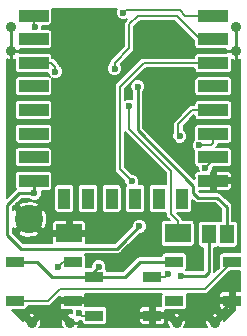
<source format=gtl>
G04 #@! TF.FileFunction,Copper,L1,Top,Signal*
%FSLAX46Y46*%
G04 Gerber Fmt 4.6, Leading zero omitted, Abs format (unit mm)*
G04 Created by KiCad (PCBNEW 4.0.7-e2-6376~58~ubuntu17.04.1) date Tue Dec 26 12:58:55 2017*
%MOMM*%
%LPD*%
G01*
G04 APERTURE LIST*
%ADD10C,0.100000*%
%ADD11R,1.500000X0.900000*%
%ADD12R,1.168400X1.600200*%
%ADD13R,2.180000X1.600000*%
%ADD14C,2.400000*%
%ADD15C,0.900000*%
%ADD16R,2.500000X1.000000*%
%ADD17R,1.000000X1.800000*%
%ADD18C,0.600000*%
%ADD19C,0.250000*%
%ADD20C,0.180000*%
G04 APERTURE END LIST*
D10*
D11*
X147050000Y-126850000D03*
X147050000Y-130150000D03*
X151950000Y-130150000D03*
X151950000Y-126850000D03*
D12*
X163488000Y-124500000D03*
X165012000Y-124500000D03*
D11*
X153800000Y-128100000D03*
X153800000Y-131400000D03*
X158700000Y-131400000D03*
X158700000Y-128100000D03*
X160550000Y-126850000D03*
X160550000Y-130150000D03*
X165450000Y-130150000D03*
X165450000Y-126850000D03*
D13*
X160850000Y-124450000D03*
X151650000Y-124450000D03*
D14*
X148250000Y-123250000D03*
D15*
X146750000Y-107000000D03*
X165750000Y-107000000D03*
X146750000Y-109000000D03*
X165750000Y-109000000D03*
X148500000Y-132000000D03*
X164000000Y-132000000D03*
X151750000Y-132000000D03*
X160750000Y-132000000D03*
D16*
X148650000Y-106000000D03*
X148650000Y-108000000D03*
X148650000Y-110000000D03*
X148650000Y-112000000D03*
X148650000Y-114000000D03*
X148650000Y-116000000D03*
X148650000Y-118000000D03*
X148650000Y-120000000D03*
D17*
X151250000Y-121500000D03*
X153250000Y-121500000D03*
X155250000Y-121500000D03*
X157250000Y-121500000D03*
X159250000Y-121500000D03*
X161250000Y-121500000D03*
D16*
X163850000Y-120000000D03*
X163850000Y-118000000D03*
X163850000Y-116000000D03*
X163850000Y-114000000D03*
X163850000Y-112000000D03*
X163850000Y-110000000D03*
X163850000Y-108000000D03*
X163850000Y-106000000D03*
D18*
X157607000Y-123825000D03*
X148717000Y-121031000D03*
X158966000Y-108949000D03*
X158966000Y-124951000D03*
X150495000Y-113030000D03*
X159131000Y-113919000D03*
X165862000Y-121158000D03*
X155448000Y-125095000D03*
X150622000Y-131318000D03*
X164536000Y-131064000D03*
X156718000Y-131064000D03*
X148750000Y-107000000D03*
X161163000Y-128016000D03*
X154178000Y-127254000D03*
X156250000Y-105750000D03*
X157480000Y-112014000D03*
X156718000Y-113665000D03*
X161036000Y-116205000D03*
X150749000Y-127254000D03*
X152527000Y-131191000D03*
X156972000Y-120015000D03*
X160020000Y-127889000D03*
X162687000Y-116967000D03*
X150495000Y-110744000D03*
X163195000Y-118872000D03*
X155500000Y-110500000D03*
D19*
X156273500Y-125158500D02*
X157607000Y-123825000D01*
X148717000Y-121031000D02*
X147447000Y-121031000D01*
X155702000Y-125730000D02*
X156273500Y-125158500D01*
X156273500Y-125158500D02*
X156337000Y-125095000D01*
X147574000Y-125730000D02*
X155702000Y-125730000D01*
X146431000Y-124587000D02*
X147574000Y-125730000D01*
X146431000Y-122047000D02*
X146431000Y-124587000D01*
X147447000Y-121031000D02*
X146431000Y-122047000D01*
X148650000Y-120000000D02*
X148650000Y-120964000D01*
X148650000Y-120964000D02*
X148717000Y-121031000D01*
X165750000Y-109000000D02*
X159017000Y-109000000D01*
X159017000Y-109000000D02*
X158966000Y-108949000D01*
X151650000Y-124450000D02*
X155657000Y-124450000D01*
X158966000Y-123808000D02*
X158966000Y-124951000D01*
X158077000Y-122919000D02*
X158966000Y-123808000D01*
X157188000Y-122919000D02*
X158077000Y-122919000D01*
X155657000Y-124450000D02*
X157188000Y-122919000D01*
X151650000Y-124450000D02*
X151650000Y-123123000D01*
X150495000Y-113030000D02*
X152273000Y-114808000D01*
X152235000Y-114770000D02*
X152273000Y-114808000D01*
X152235000Y-122538000D02*
X152235000Y-114770000D01*
X151854000Y-122919000D02*
X152235000Y-122538000D01*
X151650000Y-123123000D02*
X151854000Y-122919000D01*
X146750000Y-109000000D02*
X146750000Y-110500000D01*
X146750000Y-107000000D02*
X146750000Y-109000000D01*
X146750000Y-109000000D02*
X148500000Y-109000000D01*
X151750000Y-132000000D02*
X152500000Y-132000000D01*
X158700000Y-132200000D02*
X158700000Y-131400000D01*
X158750000Y-132250000D02*
X158700000Y-132200000D01*
X152750000Y-132250000D02*
X158750000Y-132250000D01*
X152500000Y-132000000D02*
X152750000Y-132250000D01*
X164000000Y-132000000D02*
X164500000Y-131500000D01*
X164500000Y-131100000D02*
X164536000Y-131064000D01*
X164500000Y-131500000D02*
X164500000Y-131100000D01*
X151950000Y-130150000D02*
X155804000Y-130150000D01*
X151790000Y-130150000D02*
X151950000Y-130150000D01*
X151950000Y-129852000D02*
X151950000Y-130150000D01*
X165750000Y-109000000D02*
X165750000Y-107000000D01*
X165750000Y-109000000D02*
X165750000Y-110000000D01*
X165750000Y-109000000D02*
X164750000Y-109000000D01*
X163850000Y-120000000D02*
X164607000Y-120000000D01*
X159131000Y-113919000D02*
X160020000Y-113030000D01*
X160020000Y-113030000D02*
X165227000Y-113030000D01*
X165227000Y-113030000D02*
X165862000Y-113665000D01*
X165862000Y-113665000D02*
X165862000Y-118745000D01*
X152273000Y-123827000D02*
X151650000Y-124450000D01*
X164704000Y-120000000D02*
X163850000Y-120000000D01*
X151650000Y-124218000D02*
X151650000Y-124450000D01*
X154803000Y-124450000D02*
X151650000Y-124450000D01*
X155448000Y-125095000D02*
X154803000Y-124450000D01*
X164564000Y-131036000D02*
X164536000Y-131064000D01*
X164564000Y-131036000D02*
X165450000Y-130150000D01*
X158700000Y-131400000D02*
X159684000Y-131400000D01*
X159684000Y-131400000D02*
X160020000Y-131064000D01*
X160020000Y-131064000D02*
X164536000Y-131064000D01*
X158700000Y-131400000D02*
X157054000Y-131400000D01*
X157054000Y-131400000D02*
X156718000Y-131064000D01*
D20*
X148650000Y-106000000D02*
X148650000Y-106900000D01*
X148650000Y-106900000D02*
X148750000Y-107000000D01*
D19*
X161163000Y-128016000D02*
X163195000Y-128016000D01*
X163488000Y-127723000D02*
X163488000Y-124500000D01*
X163195000Y-128016000D02*
X163488000Y-127723000D01*
X153800000Y-128100000D02*
X153800000Y-127632000D01*
X153800000Y-127632000D02*
X154178000Y-127254000D01*
X153800000Y-128100000D02*
X156380000Y-128100000D01*
X157630000Y-126850000D02*
X160550000Y-126850000D01*
X156380000Y-128100000D02*
X157630000Y-126850000D01*
X147050000Y-126850000D02*
X148948000Y-126850000D01*
X150198000Y-128100000D02*
X153800000Y-128100000D01*
X148948000Y-126850000D02*
X150198000Y-128100000D01*
D20*
X161500000Y-106000000D02*
X163850000Y-106000000D01*
X161000000Y-105500000D02*
X161500000Y-106000000D01*
X156500000Y-105500000D02*
X161000000Y-105500000D01*
X156250000Y-105750000D02*
X156500000Y-105500000D01*
D19*
X165012000Y-124500000D02*
X165012000Y-122213000D01*
X157480000Y-115697000D02*
X157480000Y-112014000D01*
X162179000Y-120396000D02*
X157480000Y-115697000D01*
X162179000Y-121031000D02*
X162179000Y-120396000D01*
X162560000Y-121412000D02*
X162179000Y-121031000D01*
X164211000Y-121412000D02*
X162560000Y-121412000D01*
X165012000Y-122213000D02*
X164211000Y-121412000D01*
D20*
X160850000Y-124450000D02*
X160850000Y-123385000D01*
X156718000Y-115591000D02*
X156718000Y-113665000D01*
X160274000Y-119147000D02*
X156718000Y-115591000D01*
X160274000Y-122809000D02*
X160274000Y-119147000D01*
X160850000Y-123385000D02*
X160274000Y-122809000D01*
X162098000Y-114000000D02*
X163850000Y-114000000D01*
X160909000Y-115189000D02*
X162098000Y-114000000D01*
X160909000Y-116078000D02*
X160909000Y-115189000D01*
X161036000Y-116205000D02*
X160909000Y-116078000D01*
X153800000Y-131400000D02*
X152736000Y-131400000D01*
X151153000Y-126850000D02*
X151950000Y-126850000D01*
X150749000Y-127254000D02*
X151153000Y-126850000D01*
X152736000Y-131400000D02*
X152527000Y-131191000D01*
X158700000Y-128100000D02*
X159809000Y-128100000D01*
X157970000Y-110000000D02*
X163850000Y-110000000D01*
X155956000Y-112014000D02*
X157970000Y-110000000D01*
X155956000Y-118999000D02*
X155956000Y-112014000D01*
X156972000Y-120015000D02*
X155956000Y-118999000D01*
X159809000Y-128100000D02*
X160020000Y-127889000D01*
X147050000Y-130150000D02*
X149885000Y-130150000D01*
X163141000Y-129159000D02*
X165450000Y-126850000D01*
X150876000Y-129159000D02*
X163141000Y-129159000D01*
X149885000Y-130150000D02*
X150876000Y-129159000D01*
X163850000Y-116820000D02*
X163850000Y-116000000D01*
X163703000Y-116967000D02*
X163850000Y-116820000D01*
X163449000Y-116967000D02*
X163703000Y-116967000D01*
X162687000Y-116967000D02*
X163449000Y-116967000D01*
X150132000Y-110000000D02*
X148650000Y-110000000D01*
X150495000Y-110363000D02*
X150132000Y-110000000D01*
X150495000Y-110744000D02*
X150495000Y-110363000D01*
X163195000Y-118872000D02*
X163850000Y-118217000D01*
X163850000Y-118217000D02*
X163850000Y-118000000D01*
X163850000Y-108000000D02*
X162750000Y-108000000D01*
X162750000Y-108000000D02*
X160750000Y-106000000D01*
X160750000Y-106000000D02*
X157500000Y-106000000D01*
X157500000Y-106000000D02*
X156750000Y-106750000D01*
X156750000Y-106750000D02*
X156750000Y-108750000D01*
X156750000Y-108750000D02*
X155500000Y-110000000D01*
X155500000Y-110000000D02*
X155500000Y-110500000D01*
G36*
X166085000Y-129360000D02*
X165745000Y-129360000D01*
X165660000Y-129445000D01*
X165660000Y-129940000D01*
X165680000Y-129940000D01*
X165680000Y-130360000D01*
X165660000Y-130360000D01*
X165660000Y-130855000D01*
X165734051Y-130929051D01*
X164785350Y-131877752D01*
X164752543Y-131712820D01*
X164635825Y-131661159D01*
X164296985Y-132000000D01*
X164311127Y-132014142D01*
X164014142Y-132311127D01*
X164000000Y-132296985D01*
X163985858Y-132311127D01*
X163688873Y-132014142D01*
X163703015Y-132000000D01*
X163364175Y-131661159D01*
X163247457Y-131712820D01*
X163194842Y-132022666D01*
X163247457Y-132287180D01*
X163355497Y-132335000D01*
X161394503Y-132335000D01*
X161502543Y-132287180D01*
X161555158Y-131977334D01*
X161502543Y-131712820D01*
X161385825Y-131661159D01*
X161046985Y-132000000D01*
X161061127Y-132014142D01*
X160764142Y-132311127D01*
X160750000Y-132296985D01*
X160735858Y-132311127D01*
X160438873Y-132014142D01*
X160453015Y-132000000D01*
X160114175Y-131661159D01*
X159997457Y-131712820D01*
X159944842Y-132022666D01*
X159997457Y-132287180D01*
X160105497Y-132335000D01*
X152394503Y-132335000D01*
X152502543Y-132287180D01*
X152555158Y-131977334D01*
X152526050Y-131830999D01*
X152653745Y-131831111D01*
X152682290Y-131819316D01*
X152703340Y-131823503D01*
X152703340Y-131850000D01*
X152727048Y-131975996D01*
X152801511Y-132091716D01*
X152915130Y-132169348D01*
X153050000Y-132196660D01*
X154550000Y-132196660D01*
X154675996Y-132172952D01*
X154791716Y-132098489D01*
X154869348Y-131984870D01*
X154896660Y-131850000D01*
X154896660Y-131695000D01*
X157610000Y-131695000D01*
X157610000Y-131917630D01*
X157661762Y-132042595D01*
X157757406Y-132138238D01*
X157882370Y-132190000D01*
X158405000Y-132190000D01*
X158490000Y-132105000D01*
X158490000Y-131610000D01*
X158910000Y-131610000D01*
X158910000Y-132105000D01*
X158995000Y-132190000D01*
X159517630Y-132190000D01*
X159642594Y-132138238D01*
X159738238Y-132042595D01*
X159790000Y-131917630D01*
X159790000Y-131695000D01*
X159705000Y-131610000D01*
X158910000Y-131610000D01*
X158490000Y-131610000D01*
X157695000Y-131610000D01*
X157610000Y-131695000D01*
X154896660Y-131695000D01*
X154896660Y-131364175D01*
X160411159Y-131364175D01*
X160750000Y-131703015D01*
X161088841Y-131364175D01*
X163661159Y-131364175D01*
X164000000Y-131703015D01*
X164338841Y-131364175D01*
X164287180Y-131247457D01*
X163977334Y-131194842D01*
X163712820Y-131247457D01*
X163661159Y-131364175D01*
X161088841Y-131364175D01*
X161037180Y-131247457D01*
X160727334Y-131194842D01*
X160462820Y-131247457D01*
X160411159Y-131364175D01*
X154896660Y-131364175D01*
X154896660Y-130950000D01*
X154883935Y-130882370D01*
X157610000Y-130882370D01*
X157610000Y-131105000D01*
X157695000Y-131190000D01*
X158490000Y-131190000D01*
X158490000Y-130695000D01*
X158405000Y-130610000D01*
X157882370Y-130610000D01*
X157757406Y-130661762D01*
X157661762Y-130757405D01*
X157610000Y-130882370D01*
X154883935Y-130882370D01*
X154872952Y-130824004D01*
X154798489Y-130708284D01*
X154684870Y-130630652D01*
X154550000Y-130603340D01*
X153050000Y-130603340D01*
X153040000Y-130605222D01*
X153040000Y-130445000D01*
X152955000Y-130360000D01*
X152160000Y-130360000D01*
X152160000Y-130380000D01*
X151740000Y-130380000D01*
X151740000Y-130360000D01*
X150945000Y-130360000D01*
X150860000Y-130445000D01*
X150860000Y-130667630D01*
X150911762Y-130792595D01*
X151007406Y-130888238D01*
X151132370Y-130940000D01*
X151655000Y-130940000D01*
X151739998Y-130855002D01*
X151739998Y-130940000D01*
X151938243Y-130940000D01*
X151887112Y-131063138D01*
X151886973Y-131221950D01*
X151727334Y-131194842D01*
X151462820Y-131247457D01*
X151411159Y-131364175D01*
X151750000Y-131703015D01*
X151764142Y-131688873D01*
X152061127Y-131985858D01*
X152046985Y-132000000D01*
X152061127Y-132014142D01*
X151764142Y-132311127D01*
X151750000Y-132296985D01*
X151735858Y-132311127D01*
X151438873Y-132014142D01*
X151453015Y-132000000D01*
X151114175Y-131661159D01*
X150997457Y-131712820D01*
X150944842Y-132022666D01*
X150997457Y-132287180D01*
X151105497Y-132335000D01*
X149144503Y-132335000D01*
X149252543Y-132287180D01*
X149305158Y-131977334D01*
X149252543Y-131712820D01*
X149135825Y-131661159D01*
X148796985Y-132000000D01*
X148811127Y-132014142D01*
X148514142Y-132311127D01*
X148500000Y-132296985D01*
X148485858Y-132311127D01*
X148188873Y-132014142D01*
X148203015Y-132000000D01*
X147864175Y-131661159D01*
X147747457Y-131712820D01*
X147718753Y-131881855D01*
X147201073Y-131364175D01*
X148161159Y-131364175D01*
X148500000Y-131703015D01*
X148838841Y-131364175D01*
X148787180Y-131247457D01*
X148477334Y-131194842D01*
X148212820Y-131247457D01*
X148161159Y-131364175D01*
X147201073Y-131364175D01*
X146783558Y-130946660D01*
X147800000Y-130946660D01*
X147925996Y-130922952D01*
X148041716Y-130848489D01*
X148119348Y-130734870D01*
X148146660Y-130600000D01*
X148146660Y-130580000D01*
X149885000Y-130580000D01*
X150049554Y-130547268D01*
X150189056Y-130454056D01*
X150860000Y-129783112D01*
X150860000Y-129855000D01*
X150945000Y-129940000D01*
X151740000Y-129940000D01*
X151740000Y-129920000D01*
X152160000Y-129920000D01*
X152160000Y-129940000D01*
X152955000Y-129940000D01*
X153040000Y-129855000D01*
X153040000Y-129632370D01*
X153022036Y-129589000D01*
X159475818Y-129589000D01*
X159453340Y-129700000D01*
X159453340Y-130600000D01*
X159455222Y-130610000D01*
X158995000Y-130610000D01*
X158910000Y-130695000D01*
X158910000Y-131190000D01*
X159705000Y-131190000D01*
X159790000Y-131105000D01*
X159790000Y-130944635D01*
X159800000Y-130946660D01*
X161300000Y-130946660D01*
X161425996Y-130922952D01*
X161541716Y-130848489D01*
X161619348Y-130734870D01*
X161646660Y-130600000D01*
X161646660Y-130445000D01*
X164360000Y-130445000D01*
X164360000Y-130667630D01*
X164411762Y-130792595D01*
X164507406Y-130888238D01*
X164632370Y-130940000D01*
X165155000Y-130940000D01*
X165240000Y-130855000D01*
X165240000Y-130360000D01*
X164445000Y-130360000D01*
X164360000Y-130445000D01*
X161646660Y-130445000D01*
X161646660Y-129700000D01*
X161633935Y-129632370D01*
X164360000Y-129632370D01*
X164360000Y-129855000D01*
X164445000Y-129940000D01*
X165240000Y-129940000D01*
X165240000Y-129445000D01*
X165155000Y-129360000D01*
X164632370Y-129360000D01*
X164507406Y-129411762D01*
X164411762Y-129507405D01*
X164360000Y-129632370D01*
X161633935Y-129632370D01*
X161625774Y-129589000D01*
X163141000Y-129589000D01*
X163305554Y-129556268D01*
X163445056Y-129463056D01*
X165261452Y-127646660D01*
X166085000Y-127646660D01*
X166085000Y-129360000D01*
X166085000Y-129360000D01*
G37*
X166085000Y-129360000D02*
X165745000Y-129360000D01*
X165660000Y-129445000D01*
X165660000Y-129940000D01*
X165680000Y-129940000D01*
X165680000Y-130360000D01*
X165660000Y-130360000D01*
X165660000Y-130855000D01*
X165734051Y-130929051D01*
X164785350Y-131877752D01*
X164752543Y-131712820D01*
X164635825Y-131661159D01*
X164296985Y-132000000D01*
X164311127Y-132014142D01*
X164014142Y-132311127D01*
X164000000Y-132296985D01*
X163985858Y-132311127D01*
X163688873Y-132014142D01*
X163703015Y-132000000D01*
X163364175Y-131661159D01*
X163247457Y-131712820D01*
X163194842Y-132022666D01*
X163247457Y-132287180D01*
X163355497Y-132335000D01*
X161394503Y-132335000D01*
X161502543Y-132287180D01*
X161555158Y-131977334D01*
X161502543Y-131712820D01*
X161385825Y-131661159D01*
X161046985Y-132000000D01*
X161061127Y-132014142D01*
X160764142Y-132311127D01*
X160750000Y-132296985D01*
X160735858Y-132311127D01*
X160438873Y-132014142D01*
X160453015Y-132000000D01*
X160114175Y-131661159D01*
X159997457Y-131712820D01*
X159944842Y-132022666D01*
X159997457Y-132287180D01*
X160105497Y-132335000D01*
X152394503Y-132335000D01*
X152502543Y-132287180D01*
X152555158Y-131977334D01*
X152526050Y-131830999D01*
X152653745Y-131831111D01*
X152682290Y-131819316D01*
X152703340Y-131823503D01*
X152703340Y-131850000D01*
X152727048Y-131975996D01*
X152801511Y-132091716D01*
X152915130Y-132169348D01*
X153050000Y-132196660D01*
X154550000Y-132196660D01*
X154675996Y-132172952D01*
X154791716Y-132098489D01*
X154869348Y-131984870D01*
X154896660Y-131850000D01*
X154896660Y-131695000D01*
X157610000Y-131695000D01*
X157610000Y-131917630D01*
X157661762Y-132042595D01*
X157757406Y-132138238D01*
X157882370Y-132190000D01*
X158405000Y-132190000D01*
X158490000Y-132105000D01*
X158490000Y-131610000D01*
X158910000Y-131610000D01*
X158910000Y-132105000D01*
X158995000Y-132190000D01*
X159517630Y-132190000D01*
X159642594Y-132138238D01*
X159738238Y-132042595D01*
X159790000Y-131917630D01*
X159790000Y-131695000D01*
X159705000Y-131610000D01*
X158910000Y-131610000D01*
X158490000Y-131610000D01*
X157695000Y-131610000D01*
X157610000Y-131695000D01*
X154896660Y-131695000D01*
X154896660Y-131364175D01*
X160411159Y-131364175D01*
X160750000Y-131703015D01*
X161088841Y-131364175D01*
X163661159Y-131364175D01*
X164000000Y-131703015D01*
X164338841Y-131364175D01*
X164287180Y-131247457D01*
X163977334Y-131194842D01*
X163712820Y-131247457D01*
X163661159Y-131364175D01*
X161088841Y-131364175D01*
X161037180Y-131247457D01*
X160727334Y-131194842D01*
X160462820Y-131247457D01*
X160411159Y-131364175D01*
X154896660Y-131364175D01*
X154896660Y-130950000D01*
X154883935Y-130882370D01*
X157610000Y-130882370D01*
X157610000Y-131105000D01*
X157695000Y-131190000D01*
X158490000Y-131190000D01*
X158490000Y-130695000D01*
X158405000Y-130610000D01*
X157882370Y-130610000D01*
X157757406Y-130661762D01*
X157661762Y-130757405D01*
X157610000Y-130882370D01*
X154883935Y-130882370D01*
X154872952Y-130824004D01*
X154798489Y-130708284D01*
X154684870Y-130630652D01*
X154550000Y-130603340D01*
X153050000Y-130603340D01*
X153040000Y-130605222D01*
X153040000Y-130445000D01*
X152955000Y-130360000D01*
X152160000Y-130360000D01*
X152160000Y-130380000D01*
X151740000Y-130380000D01*
X151740000Y-130360000D01*
X150945000Y-130360000D01*
X150860000Y-130445000D01*
X150860000Y-130667630D01*
X150911762Y-130792595D01*
X151007406Y-130888238D01*
X151132370Y-130940000D01*
X151655000Y-130940000D01*
X151739998Y-130855002D01*
X151739998Y-130940000D01*
X151938243Y-130940000D01*
X151887112Y-131063138D01*
X151886973Y-131221950D01*
X151727334Y-131194842D01*
X151462820Y-131247457D01*
X151411159Y-131364175D01*
X151750000Y-131703015D01*
X151764142Y-131688873D01*
X152061127Y-131985858D01*
X152046985Y-132000000D01*
X152061127Y-132014142D01*
X151764142Y-132311127D01*
X151750000Y-132296985D01*
X151735858Y-132311127D01*
X151438873Y-132014142D01*
X151453015Y-132000000D01*
X151114175Y-131661159D01*
X150997457Y-131712820D01*
X150944842Y-132022666D01*
X150997457Y-132287180D01*
X151105497Y-132335000D01*
X149144503Y-132335000D01*
X149252543Y-132287180D01*
X149305158Y-131977334D01*
X149252543Y-131712820D01*
X149135825Y-131661159D01*
X148796985Y-132000000D01*
X148811127Y-132014142D01*
X148514142Y-132311127D01*
X148500000Y-132296985D01*
X148485858Y-132311127D01*
X148188873Y-132014142D01*
X148203015Y-132000000D01*
X147864175Y-131661159D01*
X147747457Y-131712820D01*
X147718753Y-131881855D01*
X147201073Y-131364175D01*
X148161159Y-131364175D01*
X148500000Y-131703015D01*
X148838841Y-131364175D01*
X148787180Y-131247457D01*
X148477334Y-131194842D01*
X148212820Y-131247457D01*
X148161159Y-131364175D01*
X147201073Y-131364175D01*
X146783558Y-130946660D01*
X147800000Y-130946660D01*
X147925996Y-130922952D01*
X148041716Y-130848489D01*
X148119348Y-130734870D01*
X148146660Y-130600000D01*
X148146660Y-130580000D01*
X149885000Y-130580000D01*
X150049554Y-130547268D01*
X150189056Y-130454056D01*
X150860000Y-129783112D01*
X150860000Y-129855000D01*
X150945000Y-129940000D01*
X151740000Y-129940000D01*
X151740000Y-129920000D01*
X152160000Y-129920000D01*
X152160000Y-129940000D01*
X152955000Y-129940000D01*
X153040000Y-129855000D01*
X153040000Y-129632370D01*
X153022036Y-129589000D01*
X159475818Y-129589000D01*
X159453340Y-129700000D01*
X159453340Y-130600000D01*
X159455222Y-130610000D01*
X158995000Y-130610000D01*
X158910000Y-130695000D01*
X158910000Y-131190000D01*
X159705000Y-131190000D01*
X159790000Y-131105000D01*
X159790000Y-130944635D01*
X159800000Y-130946660D01*
X161300000Y-130946660D01*
X161425996Y-130922952D01*
X161541716Y-130848489D01*
X161619348Y-130734870D01*
X161646660Y-130600000D01*
X161646660Y-130445000D01*
X164360000Y-130445000D01*
X164360000Y-130667630D01*
X164411762Y-130792595D01*
X164507406Y-130888238D01*
X164632370Y-130940000D01*
X165155000Y-130940000D01*
X165240000Y-130855000D01*
X165240000Y-130360000D01*
X164445000Y-130360000D01*
X164360000Y-130445000D01*
X161646660Y-130445000D01*
X161646660Y-129700000D01*
X161633935Y-129632370D01*
X164360000Y-129632370D01*
X164360000Y-129855000D01*
X164445000Y-129940000D01*
X165240000Y-129940000D01*
X165240000Y-129445000D01*
X165155000Y-129360000D01*
X164632370Y-129360000D01*
X164507406Y-129411762D01*
X164411762Y-129507405D01*
X164360000Y-129632370D01*
X161633935Y-129632370D01*
X161625774Y-129589000D01*
X163141000Y-129589000D01*
X163305554Y-129556268D01*
X163445056Y-129463056D01*
X165261452Y-127646660D01*
X166085000Y-127646660D01*
X166085000Y-129360000D01*
G36*
X166085000Y-126053340D02*
X164700000Y-126053340D01*
X164574004Y-126077048D01*
X164458284Y-126151511D01*
X164380652Y-126265130D01*
X164353340Y-126400000D01*
X164353340Y-127300000D01*
X164359445Y-127332443D01*
X163949056Y-127742832D01*
X163953001Y-127723000D01*
X163953000Y-127722995D01*
X163953000Y-125646760D01*
X164072200Y-125646760D01*
X164198196Y-125623052D01*
X164249700Y-125589910D01*
X164292930Y-125619448D01*
X164427800Y-125646760D01*
X165596200Y-125646760D01*
X165722196Y-125623052D01*
X165837916Y-125548589D01*
X165915548Y-125434970D01*
X165942860Y-125300100D01*
X165942860Y-123699900D01*
X165919152Y-123573904D01*
X165844689Y-123458184D01*
X165731070Y-123380552D01*
X165596200Y-123353240D01*
X165477000Y-123353240D01*
X165477000Y-122213000D01*
X165441604Y-122035052D01*
X165340805Y-121884195D01*
X164539805Y-121083195D01*
X164388948Y-120982396D01*
X164211000Y-120947000D01*
X162752609Y-120947000D01*
X162645610Y-120840000D01*
X163555000Y-120840000D01*
X163640000Y-120755000D01*
X163640000Y-120210000D01*
X164060000Y-120210000D01*
X164060000Y-120755000D01*
X164145000Y-120840000D01*
X165167630Y-120840000D01*
X165292594Y-120788238D01*
X165388238Y-120692595D01*
X165440000Y-120567630D01*
X165440000Y-120295000D01*
X165355000Y-120210000D01*
X164060000Y-120210000D01*
X163640000Y-120210000D01*
X163620000Y-120210000D01*
X163620000Y-119790000D01*
X163640000Y-119790000D01*
X163640000Y-119332084D01*
X163727235Y-119245000D01*
X164060000Y-119245000D01*
X164060000Y-119790000D01*
X165355000Y-119790000D01*
X165440000Y-119705000D01*
X165440000Y-119432370D01*
X165388238Y-119307405D01*
X165292594Y-119211762D01*
X165167630Y-119160000D01*
X164145000Y-119160000D01*
X164060000Y-119245000D01*
X163727235Y-119245000D01*
X163737249Y-119235004D01*
X163834888Y-118999862D01*
X163835022Y-118846660D01*
X165100000Y-118846660D01*
X165225996Y-118822952D01*
X165341716Y-118748489D01*
X165419348Y-118634870D01*
X165446660Y-118500000D01*
X165446660Y-117500000D01*
X165422952Y-117374004D01*
X165348489Y-117258284D01*
X165234870Y-117180652D01*
X165100000Y-117153340D01*
X164124772Y-117153340D01*
X164154056Y-117124056D01*
X164247268Y-116984554D01*
X164274697Y-116846660D01*
X165100000Y-116846660D01*
X165225996Y-116822952D01*
X165341716Y-116748489D01*
X165419348Y-116634870D01*
X165446660Y-116500000D01*
X165446660Y-115500000D01*
X165422952Y-115374004D01*
X165348489Y-115258284D01*
X165234870Y-115180652D01*
X165100000Y-115153340D01*
X162600000Y-115153340D01*
X162474004Y-115177048D01*
X162358284Y-115251511D01*
X162280652Y-115365130D01*
X162253340Y-115500000D01*
X162253340Y-116495596D01*
X162144751Y-116603996D01*
X162047112Y-116839138D01*
X162046889Y-117093745D01*
X162144118Y-117329057D01*
X162263699Y-117448847D01*
X162253340Y-117500000D01*
X162253340Y-118500000D01*
X162277048Y-118625996D01*
X162351511Y-118741716D01*
X162465130Y-118819348D01*
X162555030Y-118837553D01*
X162554889Y-118998745D01*
X162621518Y-119160000D01*
X162532370Y-119160000D01*
X162407406Y-119211762D01*
X162311762Y-119307405D01*
X162260000Y-119432370D01*
X162260000Y-119705000D01*
X162344998Y-119789998D01*
X162260000Y-119789998D01*
X162260000Y-119819391D01*
X158772355Y-116331745D01*
X160395889Y-116331745D01*
X160493118Y-116567057D01*
X160672996Y-116747249D01*
X160908138Y-116844888D01*
X161162745Y-116845111D01*
X161398057Y-116747882D01*
X161578249Y-116568004D01*
X161675888Y-116332862D01*
X161676111Y-116078255D01*
X161578882Y-115842943D01*
X161399004Y-115662751D01*
X161339000Y-115637835D01*
X161339000Y-115367112D01*
X162253340Y-114452772D01*
X162253340Y-114500000D01*
X162277048Y-114625996D01*
X162351511Y-114741716D01*
X162465130Y-114819348D01*
X162600000Y-114846660D01*
X165100000Y-114846660D01*
X165225996Y-114822952D01*
X165341716Y-114748489D01*
X165419348Y-114634870D01*
X165446660Y-114500000D01*
X165446660Y-113500000D01*
X165422952Y-113374004D01*
X165348489Y-113258284D01*
X165234870Y-113180652D01*
X165100000Y-113153340D01*
X162600000Y-113153340D01*
X162474004Y-113177048D01*
X162358284Y-113251511D01*
X162280652Y-113365130D01*
X162253340Y-113500000D01*
X162253340Y-113570000D01*
X162098000Y-113570000D01*
X161933446Y-113602732D01*
X161793944Y-113695944D01*
X160604944Y-114884944D01*
X160511732Y-115024446D01*
X160479000Y-115189000D01*
X160479000Y-115877521D01*
X160396112Y-116077138D01*
X160395889Y-116331745D01*
X158772355Y-116331745D01*
X157945000Y-115504390D01*
X157945000Y-112454118D01*
X158022249Y-112377004D01*
X158119888Y-112141862D01*
X158120111Y-111887255D01*
X158022882Y-111651943D01*
X157871204Y-111500000D01*
X162253340Y-111500000D01*
X162253340Y-112500000D01*
X162277048Y-112625996D01*
X162351511Y-112741716D01*
X162465130Y-112819348D01*
X162600000Y-112846660D01*
X165100000Y-112846660D01*
X165225996Y-112822952D01*
X165341716Y-112748489D01*
X165419348Y-112634870D01*
X165446660Y-112500000D01*
X165446660Y-111500000D01*
X165422952Y-111374004D01*
X165348489Y-111258284D01*
X165234870Y-111180652D01*
X165100000Y-111153340D01*
X162600000Y-111153340D01*
X162474004Y-111177048D01*
X162358284Y-111251511D01*
X162280652Y-111365130D01*
X162253340Y-111500000D01*
X157871204Y-111500000D01*
X157843004Y-111471751D01*
X157607862Y-111374112D01*
X157353255Y-111373889D01*
X157117943Y-111471118D01*
X156937751Y-111650996D01*
X156840112Y-111886138D01*
X156839889Y-112140745D01*
X156937118Y-112376057D01*
X157015000Y-112454075D01*
X157015000Y-113095344D01*
X156845862Y-113025112D01*
X156591255Y-113024889D01*
X156386000Y-113109699D01*
X156386000Y-112192112D01*
X158148112Y-110430000D01*
X162253340Y-110430000D01*
X162253340Y-110500000D01*
X162277048Y-110625996D01*
X162351511Y-110741716D01*
X162465130Y-110819348D01*
X162600000Y-110846660D01*
X165100000Y-110846660D01*
X165225996Y-110822952D01*
X165341716Y-110748489D01*
X165419348Y-110634870D01*
X165446660Y-110500000D01*
X165446660Y-109716033D01*
X165462820Y-109752543D01*
X165772666Y-109805158D01*
X166037180Y-109752543D01*
X166085000Y-109644503D01*
X166085000Y-126053340D01*
X166085000Y-126053340D01*
G37*
X166085000Y-126053340D02*
X164700000Y-126053340D01*
X164574004Y-126077048D01*
X164458284Y-126151511D01*
X164380652Y-126265130D01*
X164353340Y-126400000D01*
X164353340Y-127300000D01*
X164359445Y-127332443D01*
X163949056Y-127742832D01*
X163953001Y-127723000D01*
X163953000Y-127722995D01*
X163953000Y-125646760D01*
X164072200Y-125646760D01*
X164198196Y-125623052D01*
X164249700Y-125589910D01*
X164292930Y-125619448D01*
X164427800Y-125646760D01*
X165596200Y-125646760D01*
X165722196Y-125623052D01*
X165837916Y-125548589D01*
X165915548Y-125434970D01*
X165942860Y-125300100D01*
X165942860Y-123699900D01*
X165919152Y-123573904D01*
X165844689Y-123458184D01*
X165731070Y-123380552D01*
X165596200Y-123353240D01*
X165477000Y-123353240D01*
X165477000Y-122213000D01*
X165441604Y-122035052D01*
X165340805Y-121884195D01*
X164539805Y-121083195D01*
X164388948Y-120982396D01*
X164211000Y-120947000D01*
X162752609Y-120947000D01*
X162645610Y-120840000D01*
X163555000Y-120840000D01*
X163640000Y-120755000D01*
X163640000Y-120210000D01*
X164060000Y-120210000D01*
X164060000Y-120755000D01*
X164145000Y-120840000D01*
X165167630Y-120840000D01*
X165292594Y-120788238D01*
X165388238Y-120692595D01*
X165440000Y-120567630D01*
X165440000Y-120295000D01*
X165355000Y-120210000D01*
X164060000Y-120210000D01*
X163640000Y-120210000D01*
X163620000Y-120210000D01*
X163620000Y-119790000D01*
X163640000Y-119790000D01*
X163640000Y-119332084D01*
X163727235Y-119245000D01*
X164060000Y-119245000D01*
X164060000Y-119790000D01*
X165355000Y-119790000D01*
X165440000Y-119705000D01*
X165440000Y-119432370D01*
X165388238Y-119307405D01*
X165292594Y-119211762D01*
X165167630Y-119160000D01*
X164145000Y-119160000D01*
X164060000Y-119245000D01*
X163727235Y-119245000D01*
X163737249Y-119235004D01*
X163834888Y-118999862D01*
X163835022Y-118846660D01*
X165100000Y-118846660D01*
X165225996Y-118822952D01*
X165341716Y-118748489D01*
X165419348Y-118634870D01*
X165446660Y-118500000D01*
X165446660Y-117500000D01*
X165422952Y-117374004D01*
X165348489Y-117258284D01*
X165234870Y-117180652D01*
X165100000Y-117153340D01*
X164124772Y-117153340D01*
X164154056Y-117124056D01*
X164247268Y-116984554D01*
X164274697Y-116846660D01*
X165100000Y-116846660D01*
X165225996Y-116822952D01*
X165341716Y-116748489D01*
X165419348Y-116634870D01*
X165446660Y-116500000D01*
X165446660Y-115500000D01*
X165422952Y-115374004D01*
X165348489Y-115258284D01*
X165234870Y-115180652D01*
X165100000Y-115153340D01*
X162600000Y-115153340D01*
X162474004Y-115177048D01*
X162358284Y-115251511D01*
X162280652Y-115365130D01*
X162253340Y-115500000D01*
X162253340Y-116495596D01*
X162144751Y-116603996D01*
X162047112Y-116839138D01*
X162046889Y-117093745D01*
X162144118Y-117329057D01*
X162263699Y-117448847D01*
X162253340Y-117500000D01*
X162253340Y-118500000D01*
X162277048Y-118625996D01*
X162351511Y-118741716D01*
X162465130Y-118819348D01*
X162555030Y-118837553D01*
X162554889Y-118998745D01*
X162621518Y-119160000D01*
X162532370Y-119160000D01*
X162407406Y-119211762D01*
X162311762Y-119307405D01*
X162260000Y-119432370D01*
X162260000Y-119705000D01*
X162344998Y-119789998D01*
X162260000Y-119789998D01*
X162260000Y-119819391D01*
X158772355Y-116331745D01*
X160395889Y-116331745D01*
X160493118Y-116567057D01*
X160672996Y-116747249D01*
X160908138Y-116844888D01*
X161162745Y-116845111D01*
X161398057Y-116747882D01*
X161578249Y-116568004D01*
X161675888Y-116332862D01*
X161676111Y-116078255D01*
X161578882Y-115842943D01*
X161399004Y-115662751D01*
X161339000Y-115637835D01*
X161339000Y-115367112D01*
X162253340Y-114452772D01*
X162253340Y-114500000D01*
X162277048Y-114625996D01*
X162351511Y-114741716D01*
X162465130Y-114819348D01*
X162600000Y-114846660D01*
X165100000Y-114846660D01*
X165225996Y-114822952D01*
X165341716Y-114748489D01*
X165419348Y-114634870D01*
X165446660Y-114500000D01*
X165446660Y-113500000D01*
X165422952Y-113374004D01*
X165348489Y-113258284D01*
X165234870Y-113180652D01*
X165100000Y-113153340D01*
X162600000Y-113153340D01*
X162474004Y-113177048D01*
X162358284Y-113251511D01*
X162280652Y-113365130D01*
X162253340Y-113500000D01*
X162253340Y-113570000D01*
X162098000Y-113570000D01*
X161933446Y-113602732D01*
X161793944Y-113695944D01*
X160604944Y-114884944D01*
X160511732Y-115024446D01*
X160479000Y-115189000D01*
X160479000Y-115877521D01*
X160396112Y-116077138D01*
X160395889Y-116331745D01*
X158772355Y-116331745D01*
X157945000Y-115504390D01*
X157945000Y-112454118D01*
X158022249Y-112377004D01*
X158119888Y-112141862D01*
X158120111Y-111887255D01*
X158022882Y-111651943D01*
X157871204Y-111500000D01*
X162253340Y-111500000D01*
X162253340Y-112500000D01*
X162277048Y-112625996D01*
X162351511Y-112741716D01*
X162465130Y-112819348D01*
X162600000Y-112846660D01*
X165100000Y-112846660D01*
X165225996Y-112822952D01*
X165341716Y-112748489D01*
X165419348Y-112634870D01*
X165446660Y-112500000D01*
X165446660Y-111500000D01*
X165422952Y-111374004D01*
X165348489Y-111258284D01*
X165234870Y-111180652D01*
X165100000Y-111153340D01*
X162600000Y-111153340D01*
X162474004Y-111177048D01*
X162358284Y-111251511D01*
X162280652Y-111365130D01*
X162253340Y-111500000D01*
X157871204Y-111500000D01*
X157843004Y-111471751D01*
X157607862Y-111374112D01*
X157353255Y-111373889D01*
X157117943Y-111471118D01*
X156937751Y-111650996D01*
X156840112Y-111886138D01*
X156839889Y-112140745D01*
X156937118Y-112376057D01*
X157015000Y-112454075D01*
X157015000Y-113095344D01*
X156845862Y-113025112D01*
X156591255Y-113024889D01*
X156386000Y-113109699D01*
X156386000Y-112192112D01*
X158148112Y-110430000D01*
X162253340Y-110430000D01*
X162253340Y-110500000D01*
X162277048Y-110625996D01*
X162351511Y-110741716D01*
X162465130Y-110819348D01*
X162600000Y-110846660D01*
X165100000Y-110846660D01*
X165225996Y-110822952D01*
X165341716Y-110748489D01*
X165419348Y-110634870D01*
X165446660Y-110500000D01*
X165446660Y-109716033D01*
X165462820Y-109752543D01*
X165772666Y-109805158D01*
X166037180Y-109752543D01*
X166085000Y-109644503D01*
X166085000Y-126053340D01*
G36*
X155610112Y-105622138D02*
X155609889Y-105876745D01*
X155707118Y-106112057D01*
X155886996Y-106292249D01*
X156122138Y-106389888D01*
X156376745Y-106390111D01*
X156589816Y-106302072D01*
X156445944Y-106445944D01*
X156352732Y-106585446D01*
X156320000Y-106750000D01*
X156320000Y-108571888D01*
X155195944Y-109695944D01*
X155102732Y-109835446D01*
X155070000Y-110000000D01*
X155070000Y-110024943D01*
X154957751Y-110136996D01*
X154860112Y-110372138D01*
X154859889Y-110626745D01*
X154957118Y-110862057D01*
X155136996Y-111042249D01*
X155372138Y-111139888D01*
X155626745Y-111140111D01*
X155862057Y-111042882D01*
X156042249Y-110863004D01*
X156139888Y-110627862D01*
X156140111Y-110373255D01*
X156042882Y-110137943D01*
X156006557Y-110101555D01*
X157054056Y-109054056D01*
X157147268Y-108914554D01*
X157180000Y-108750000D01*
X157180000Y-106928112D01*
X157678112Y-106430000D01*
X160571888Y-106430000D01*
X162253340Y-108111452D01*
X162253340Y-108500000D01*
X162277048Y-108625996D01*
X162351511Y-108741716D01*
X162465130Y-108819348D01*
X162600000Y-108846660D01*
X164974730Y-108846660D01*
X164944842Y-109022666D01*
X164970835Y-109153340D01*
X162600000Y-109153340D01*
X162474004Y-109177048D01*
X162358284Y-109251511D01*
X162280652Y-109365130D01*
X162253340Y-109500000D01*
X162253340Y-109570000D01*
X157970000Y-109570000D01*
X157805446Y-109602732D01*
X157665944Y-109695944D01*
X155651944Y-111709944D01*
X155558732Y-111849446D01*
X155526000Y-112014000D01*
X155526000Y-118999000D01*
X155558732Y-119163554D01*
X155651944Y-119303056D01*
X156332028Y-119983140D01*
X156331889Y-120141745D01*
X156429118Y-120377057D01*
X156465754Y-120413757D01*
X156430652Y-120465130D01*
X156403340Y-120600000D01*
X156403340Y-122400000D01*
X156427048Y-122525996D01*
X156501511Y-122641716D01*
X156615130Y-122719348D01*
X156750000Y-122746660D01*
X157750000Y-122746660D01*
X157875996Y-122722952D01*
X157991716Y-122648489D01*
X158069348Y-122534870D01*
X158096660Y-122400000D01*
X158096660Y-120600000D01*
X158072952Y-120474004D01*
X157998489Y-120358284D01*
X157884870Y-120280652D01*
X157750000Y-120253340D01*
X157566014Y-120253340D01*
X157611888Y-120142862D01*
X157612111Y-119888255D01*
X157514882Y-119652943D01*
X157335004Y-119472751D01*
X157099862Y-119375112D01*
X156940084Y-119374972D01*
X156386000Y-118820888D01*
X156386000Y-115853235D01*
X156413944Y-115895056D01*
X159844000Y-119325112D01*
X159844000Y-120272376D01*
X159750000Y-120253340D01*
X158750000Y-120253340D01*
X158624004Y-120277048D01*
X158508284Y-120351511D01*
X158430652Y-120465130D01*
X158403340Y-120600000D01*
X158403340Y-122400000D01*
X158427048Y-122525996D01*
X158501511Y-122641716D01*
X158615130Y-122719348D01*
X158750000Y-122746660D01*
X159750000Y-122746660D01*
X159844000Y-122728973D01*
X159844000Y-122809000D01*
X159876732Y-122973554D01*
X159969944Y-123113056D01*
X160160228Y-123303340D01*
X159760000Y-123303340D01*
X159634004Y-123327048D01*
X159518284Y-123401511D01*
X159440652Y-123515130D01*
X159413340Y-123650000D01*
X159413340Y-125250000D01*
X159437048Y-125375996D01*
X159511511Y-125491716D01*
X159625130Y-125569348D01*
X159760000Y-125596660D01*
X161940000Y-125596660D01*
X162065996Y-125572952D01*
X162181716Y-125498489D01*
X162259348Y-125384870D01*
X162286660Y-125250000D01*
X162286660Y-123650000D01*
X162262952Y-123524004D01*
X162188489Y-123408284D01*
X162074870Y-123330652D01*
X161940000Y-123303340D01*
X161263757Y-123303340D01*
X161247268Y-123220446D01*
X161154056Y-123080944D01*
X160819772Y-122746660D01*
X161750000Y-122746660D01*
X161875996Y-122722952D01*
X161991716Y-122648489D01*
X162069348Y-122534870D01*
X162096660Y-122400000D01*
X162096660Y-121606269D01*
X162231193Y-121740802D01*
X162231195Y-121740805D01*
X162382052Y-121841604D01*
X162560000Y-121877000D01*
X164018390Y-121877000D01*
X164547000Y-122405610D01*
X164547000Y-123353240D01*
X164427800Y-123353240D01*
X164301804Y-123376948D01*
X164250300Y-123410090D01*
X164207070Y-123380552D01*
X164072200Y-123353240D01*
X162903800Y-123353240D01*
X162777804Y-123376948D01*
X162662084Y-123451411D01*
X162584452Y-123565030D01*
X162557140Y-123699900D01*
X162557140Y-125300100D01*
X162580848Y-125426096D01*
X162655311Y-125541816D01*
X162768930Y-125619448D01*
X162903800Y-125646760D01*
X163023000Y-125646760D01*
X163023000Y-127530391D01*
X163002390Y-127551000D01*
X161603118Y-127551000D01*
X161565648Y-127513464D01*
X161619348Y-127434870D01*
X161646660Y-127300000D01*
X161646660Y-126400000D01*
X161622952Y-126274004D01*
X161548489Y-126158284D01*
X161434870Y-126080652D01*
X161300000Y-126053340D01*
X159800000Y-126053340D01*
X159674004Y-126077048D01*
X159558284Y-126151511D01*
X159480652Y-126265130D01*
X159456378Y-126385000D01*
X157630005Y-126385000D01*
X157630000Y-126384999D01*
X157452052Y-126420396D01*
X157301195Y-126521195D01*
X156187390Y-127635000D01*
X154893838Y-127635000D01*
X154872952Y-127524004D01*
X154803611Y-127416244D01*
X154817888Y-127381862D01*
X154818111Y-127127255D01*
X154720882Y-126891943D01*
X154541004Y-126711751D01*
X154305862Y-126614112D01*
X154051255Y-126613889D01*
X153815943Y-126711118D01*
X153635751Y-126890996D01*
X153538112Y-127126138D01*
X153538015Y-127236375D01*
X153471195Y-127303195D01*
X153471098Y-127303340D01*
X153050000Y-127303340D01*
X153045825Y-127304126D01*
X153046660Y-127300000D01*
X153046660Y-126400000D01*
X153022952Y-126274004D01*
X152972115Y-126195000D01*
X155702000Y-126195000D01*
X155879948Y-126159604D01*
X156030805Y-126058805D01*
X157624595Y-124465015D01*
X157733745Y-124465111D01*
X157969057Y-124367882D01*
X158149249Y-124188004D01*
X158246888Y-123952862D01*
X158247111Y-123698255D01*
X158149882Y-123462943D01*
X157970004Y-123282751D01*
X157734862Y-123185112D01*
X157480255Y-123184889D01*
X157244943Y-123282118D01*
X157064751Y-123461996D01*
X156967112Y-123697138D01*
X156967015Y-123807375D01*
X155509390Y-125265000D01*
X153080000Y-125265000D01*
X153080000Y-124745000D01*
X152995000Y-124660000D01*
X151860000Y-124660000D01*
X151860000Y-124680000D01*
X151440000Y-124680000D01*
X151440000Y-124660000D01*
X150305000Y-124660000D01*
X150220000Y-124745000D01*
X150220000Y-125265000D01*
X147766610Y-125265000D01*
X146939725Y-124438115D01*
X147358870Y-124438115D01*
X147505262Y-124632317D01*
X148090942Y-124812094D01*
X148700836Y-124754055D01*
X148994738Y-124632317D01*
X149141130Y-124438115D01*
X148250000Y-123546985D01*
X147358870Y-124438115D01*
X146939725Y-124438115D01*
X146896000Y-124394390D01*
X146896000Y-124016084D01*
X147061885Y-124141130D01*
X147953015Y-123250000D01*
X148546985Y-123250000D01*
X149438115Y-124141130D01*
X149632317Y-123994738D01*
X149758895Y-123582370D01*
X150220000Y-123582370D01*
X150220000Y-124155000D01*
X150305000Y-124240000D01*
X151440000Y-124240000D01*
X151440000Y-123395000D01*
X151860000Y-123395000D01*
X151860000Y-124240000D01*
X152995000Y-124240000D01*
X153080000Y-124155000D01*
X153080000Y-123582370D01*
X153028238Y-123457405D01*
X152932594Y-123361762D01*
X152807630Y-123310000D01*
X151945000Y-123310000D01*
X151860000Y-123395000D01*
X151440000Y-123395000D01*
X151355000Y-123310000D01*
X150492370Y-123310000D01*
X150367406Y-123361762D01*
X150271762Y-123457405D01*
X150220000Y-123582370D01*
X149758895Y-123582370D01*
X149812094Y-123409058D01*
X149754055Y-122799164D01*
X149632317Y-122505262D01*
X149438115Y-122358870D01*
X148546985Y-123250000D01*
X147953015Y-123250000D01*
X147061885Y-122358870D01*
X146896000Y-122483916D01*
X146896000Y-122239610D01*
X147073725Y-122061885D01*
X147358870Y-122061885D01*
X148250000Y-122953015D01*
X149141130Y-122061885D01*
X148994738Y-121867683D01*
X148409058Y-121687906D01*
X147799164Y-121745945D01*
X147505262Y-121867683D01*
X147358870Y-122061885D01*
X147073725Y-122061885D01*
X147639610Y-121496000D01*
X148276882Y-121496000D01*
X148353996Y-121573249D01*
X148589138Y-121670888D01*
X148843745Y-121671111D01*
X149079057Y-121573882D01*
X149259249Y-121394004D01*
X149356888Y-121158862D01*
X149357111Y-120904255D01*
X149333313Y-120846660D01*
X149900000Y-120846660D01*
X150025996Y-120822952D01*
X150141716Y-120748489D01*
X150219348Y-120634870D01*
X150226409Y-120600000D01*
X150403340Y-120600000D01*
X150403340Y-122400000D01*
X150427048Y-122525996D01*
X150501511Y-122641716D01*
X150615130Y-122719348D01*
X150750000Y-122746660D01*
X151750000Y-122746660D01*
X151875996Y-122722952D01*
X151991716Y-122648489D01*
X152069348Y-122534870D01*
X152096660Y-122400000D01*
X152096660Y-120600000D01*
X152403340Y-120600000D01*
X152403340Y-122400000D01*
X152427048Y-122525996D01*
X152501511Y-122641716D01*
X152615130Y-122719348D01*
X152750000Y-122746660D01*
X153750000Y-122746660D01*
X153875996Y-122722952D01*
X153991716Y-122648489D01*
X154069348Y-122534870D01*
X154096660Y-122400000D01*
X154096660Y-120600000D01*
X154403340Y-120600000D01*
X154403340Y-122400000D01*
X154427048Y-122525996D01*
X154501511Y-122641716D01*
X154615130Y-122719348D01*
X154750000Y-122746660D01*
X155750000Y-122746660D01*
X155875996Y-122722952D01*
X155991716Y-122648489D01*
X156069348Y-122534870D01*
X156096660Y-122400000D01*
X156096660Y-120600000D01*
X156072952Y-120474004D01*
X155998489Y-120358284D01*
X155884870Y-120280652D01*
X155750000Y-120253340D01*
X154750000Y-120253340D01*
X154624004Y-120277048D01*
X154508284Y-120351511D01*
X154430652Y-120465130D01*
X154403340Y-120600000D01*
X154096660Y-120600000D01*
X154072952Y-120474004D01*
X153998489Y-120358284D01*
X153884870Y-120280652D01*
X153750000Y-120253340D01*
X152750000Y-120253340D01*
X152624004Y-120277048D01*
X152508284Y-120351511D01*
X152430652Y-120465130D01*
X152403340Y-120600000D01*
X152096660Y-120600000D01*
X152072952Y-120474004D01*
X151998489Y-120358284D01*
X151884870Y-120280652D01*
X151750000Y-120253340D01*
X150750000Y-120253340D01*
X150624004Y-120277048D01*
X150508284Y-120351511D01*
X150430652Y-120465130D01*
X150403340Y-120600000D01*
X150226409Y-120600000D01*
X150246660Y-120500000D01*
X150246660Y-119500000D01*
X150222952Y-119374004D01*
X150148489Y-119258284D01*
X150034870Y-119180652D01*
X149900000Y-119153340D01*
X147400000Y-119153340D01*
X147274004Y-119177048D01*
X147158284Y-119251511D01*
X147080652Y-119365130D01*
X147053340Y-119500000D01*
X147053340Y-120500000D01*
X147077048Y-120625996D01*
X147123709Y-120698510D01*
X147118195Y-120702195D01*
X146415000Y-121405390D01*
X146415000Y-117500000D01*
X147053340Y-117500000D01*
X147053340Y-118500000D01*
X147077048Y-118625996D01*
X147151511Y-118741716D01*
X147265130Y-118819348D01*
X147400000Y-118846660D01*
X149900000Y-118846660D01*
X150025996Y-118822952D01*
X150141716Y-118748489D01*
X150219348Y-118634870D01*
X150246660Y-118500000D01*
X150246660Y-117500000D01*
X150222952Y-117374004D01*
X150148489Y-117258284D01*
X150034870Y-117180652D01*
X149900000Y-117153340D01*
X147400000Y-117153340D01*
X147274004Y-117177048D01*
X147158284Y-117251511D01*
X147080652Y-117365130D01*
X147053340Y-117500000D01*
X146415000Y-117500000D01*
X146415000Y-115500000D01*
X147053340Y-115500000D01*
X147053340Y-116500000D01*
X147077048Y-116625996D01*
X147151511Y-116741716D01*
X147265130Y-116819348D01*
X147400000Y-116846660D01*
X149900000Y-116846660D01*
X150025996Y-116822952D01*
X150141716Y-116748489D01*
X150219348Y-116634870D01*
X150246660Y-116500000D01*
X150246660Y-115500000D01*
X150222952Y-115374004D01*
X150148489Y-115258284D01*
X150034870Y-115180652D01*
X149900000Y-115153340D01*
X147400000Y-115153340D01*
X147274004Y-115177048D01*
X147158284Y-115251511D01*
X147080652Y-115365130D01*
X147053340Y-115500000D01*
X146415000Y-115500000D01*
X146415000Y-113500000D01*
X147053340Y-113500000D01*
X147053340Y-114500000D01*
X147077048Y-114625996D01*
X147151511Y-114741716D01*
X147265130Y-114819348D01*
X147400000Y-114846660D01*
X149900000Y-114846660D01*
X150025996Y-114822952D01*
X150141716Y-114748489D01*
X150219348Y-114634870D01*
X150246660Y-114500000D01*
X150246660Y-113500000D01*
X150222952Y-113374004D01*
X150148489Y-113258284D01*
X150034870Y-113180652D01*
X149900000Y-113153340D01*
X147400000Y-113153340D01*
X147274004Y-113177048D01*
X147158284Y-113251511D01*
X147080652Y-113365130D01*
X147053340Y-113500000D01*
X146415000Y-113500000D01*
X146415000Y-109644503D01*
X146462820Y-109752543D01*
X146772666Y-109805158D01*
X147037180Y-109752543D01*
X147053340Y-109716033D01*
X147053340Y-110500000D01*
X147077048Y-110625996D01*
X147151511Y-110741716D01*
X147265130Y-110819348D01*
X147400000Y-110846660D01*
X149854910Y-110846660D01*
X149854889Y-110870745D01*
X149952118Y-111106057D01*
X150024483Y-111178549D01*
X149900000Y-111153340D01*
X147400000Y-111153340D01*
X147274004Y-111177048D01*
X147158284Y-111251511D01*
X147080652Y-111365130D01*
X147053340Y-111500000D01*
X147053340Y-112500000D01*
X147077048Y-112625996D01*
X147151511Y-112741716D01*
X147265130Y-112819348D01*
X147400000Y-112846660D01*
X149900000Y-112846660D01*
X150025996Y-112822952D01*
X150141716Y-112748489D01*
X150219348Y-112634870D01*
X150246660Y-112500000D01*
X150246660Y-111500000D01*
X150222952Y-111374004D01*
X150179059Y-111305791D01*
X150367138Y-111383888D01*
X150621745Y-111384111D01*
X150857057Y-111286882D01*
X151037249Y-111107004D01*
X151134888Y-110871862D01*
X151135111Y-110617255D01*
X151037882Y-110381943D01*
X150901615Y-110245439D01*
X150892268Y-110198446D01*
X150799056Y-110058944D01*
X150436056Y-109695944D01*
X150296554Y-109602732D01*
X150246660Y-109592807D01*
X150246660Y-109500000D01*
X150222952Y-109374004D01*
X150148489Y-109258284D01*
X150034870Y-109180652D01*
X149900000Y-109153340D01*
X147525270Y-109153340D01*
X147555158Y-108977334D01*
X147529165Y-108846660D01*
X149900000Y-108846660D01*
X150025996Y-108822952D01*
X150141716Y-108748489D01*
X150219348Y-108634870D01*
X150246660Y-108500000D01*
X150246660Y-107500000D01*
X150222952Y-107374004D01*
X150148489Y-107258284D01*
X150034870Y-107180652D01*
X149900000Y-107153340D01*
X149379309Y-107153340D01*
X149389888Y-107127862D01*
X149390111Y-106873255D01*
X149379122Y-106846660D01*
X149900000Y-106846660D01*
X150025996Y-106822952D01*
X150141716Y-106748489D01*
X150219348Y-106634870D01*
X150246660Y-106500000D01*
X150246660Y-105500000D01*
X150230666Y-105415000D01*
X155696123Y-105415000D01*
X155610112Y-105622138D01*
X155610112Y-105622138D01*
G37*
X155610112Y-105622138D02*
X155609889Y-105876745D01*
X155707118Y-106112057D01*
X155886996Y-106292249D01*
X156122138Y-106389888D01*
X156376745Y-106390111D01*
X156589816Y-106302072D01*
X156445944Y-106445944D01*
X156352732Y-106585446D01*
X156320000Y-106750000D01*
X156320000Y-108571888D01*
X155195944Y-109695944D01*
X155102732Y-109835446D01*
X155070000Y-110000000D01*
X155070000Y-110024943D01*
X154957751Y-110136996D01*
X154860112Y-110372138D01*
X154859889Y-110626745D01*
X154957118Y-110862057D01*
X155136996Y-111042249D01*
X155372138Y-111139888D01*
X155626745Y-111140111D01*
X155862057Y-111042882D01*
X156042249Y-110863004D01*
X156139888Y-110627862D01*
X156140111Y-110373255D01*
X156042882Y-110137943D01*
X156006557Y-110101555D01*
X157054056Y-109054056D01*
X157147268Y-108914554D01*
X157180000Y-108750000D01*
X157180000Y-106928112D01*
X157678112Y-106430000D01*
X160571888Y-106430000D01*
X162253340Y-108111452D01*
X162253340Y-108500000D01*
X162277048Y-108625996D01*
X162351511Y-108741716D01*
X162465130Y-108819348D01*
X162600000Y-108846660D01*
X164974730Y-108846660D01*
X164944842Y-109022666D01*
X164970835Y-109153340D01*
X162600000Y-109153340D01*
X162474004Y-109177048D01*
X162358284Y-109251511D01*
X162280652Y-109365130D01*
X162253340Y-109500000D01*
X162253340Y-109570000D01*
X157970000Y-109570000D01*
X157805446Y-109602732D01*
X157665944Y-109695944D01*
X155651944Y-111709944D01*
X155558732Y-111849446D01*
X155526000Y-112014000D01*
X155526000Y-118999000D01*
X155558732Y-119163554D01*
X155651944Y-119303056D01*
X156332028Y-119983140D01*
X156331889Y-120141745D01*
X156429118Y-120377057D01*
X156465754Y-120413757D01*
X156430652Y-120465130D01*
X156403340Y-120600000D01*
X156403340Y-122400000D01*
X156427048Y-122525996D01*
X156501511Y-122641716D01*
X156615130Y-122719348D01*
X156750000Y-122746660D01*
X157750000Y-122746660D01*
X157875996Y-122722952D01*
X157991716Y-122648489D01*
X158069348Y-122534870D01*
X158096660Y-122400000D01*
X158096660Y-120600000D01*
X158072952Y-120474004D01*
X157998489Y-120358284D01*
X157884870Y-120280652D01*
X157750000Y-120253340D01*
X157566014Y-120253340D01*
X157611888Y-120142862D01*
X157612111Y-119888255D01*
X157514882Y-119652943D01*
X157335004Y-119472751D01*
X157099862Y-119375112D01*
X156940084Y-119374972D01*
X156386000Y-118820888D01*
X156386000Y-115853235D01*
X156413944Y-115895056D01*
X159844000Y-119325112D01*
X159844000Y-120272376D01*
X159750000Y-120253340D01*
X158750000Y-120253340D01*
X158624004Y-120277048D01*
X158508284Y-120351511D01*
X158430652Y-120465130D01*
X158403340Y-120600000D01*
X158403340Y-122400000D01*
X158427048Y-122525996D01*
X158501511Y-122641716D01*
X158615130Y-122719348D01*
X158750000Y-122746660D01*
X159750000Y-122746660D01*
X159844000Y-122728973D01*
X159844000Y-122809000D01*
X159876732Y-122973554D01*
X159969944Y-123113056D01*
X160160228Y-123303340D01*
X159760000Y-123303340D01*
X159634004Y-123327048D01*
X159518284Y-123401511D01*
X159440652Y-123515130D01*
X159413340Y-123650000D01*
X159413340Y-125250000D01*
X159437048Y-125375996D01*
X159511511Y-125491716D01*
X159625130Y-125569348D01*
X159760000Y-125596660D01*
X161940000Y-125596660D01*
X162065996Y-125572952D01*
X162181716Y-125498489D01*
X162259348Y-125384870D01*
X162286660Y-125250000D01*
X162286660Y-123650000D01*
X162262952Y-123524004D01*
X162188489Y-123408284D01*
X162074870Y-123330652D01*
X161940000Y-123303340D01*
X161263757Y-123303340D01*
X161247268Y-123220446D01*
X161154056Y-123080944D01*
X160819772Y-122746660D01*
X161750000Y-122746660D01*
X161875996Y-122722952D01*
X161991716Y-122648489D01*
X162069348Y-122534870D01*
X162096660Y-122400000D01*
X162096660Y-121606269D01*
X162231193Y-121740802D01*
X162231195Y-121740805D01*
X162382052Y-121841604D01*
X162560000Y-121877000D01*
X164018390Y-121877000D01*
X164547000Y-122405610D01*
X164547000Y-123353240D01*
X164427800Y-123353240D01*
X164301804Y-123376948D01*
X164250300Y-123410090D01*
X164207070Y-123380552D01*
X164072200Y-123353240D01*
X162903800Y-123353240D01*
X162777804Y-123376948D01*
X162662084Y-123451411D01*
X162584452Y-123565030D01*
X162557140Y-123699900D01*
X162557140Y-125300100D01*
X162580848Y-125426096D01*
X162655311Y-125541816D01*
X162768930Y-125619448D01*
X162903800Y-125646760D01*
X163023000Y-125646760D01*
X163023000Y-127530391D01*
X163002390Y-127551000D01*
X161603118Y-127551000D01*
X161565648Y-127513464D01*
X161619348Y-127434870D01*
X161646660Y-127300000D01*
X161646660Y-126400000D01*
X161622952Y-126274004D01*
X161548489Y-126158284D01*
X161434870Y-126080652D01*
X161300000Y-126053340D01*
X159800000Y-126053340D01*
X159674004Y-126077048D01*
X159558284Y-126151511D01*
X159480652Y-126265130D01*
X159456378Y-126385000D01*
X157630005Y-126385000D01*
X157630000Y-126384999D01*
X157452052Y-126420396D01*
X157301195Y-126521195D01*
X156187390Y-127635000D01*
X154893838Y-127635000D01*
X154872952Y-127524004D01*
X154803611Y-127416244D01*
X154817888Y-127381862D01*
X154818111Y-127127255D01*
X154720882Y-126891943D01*
X154541004Y-126711751D01*
X154305862Y-126614112D01*
X154051255Y-126613889D01*
X153815943Y-126711118D01*
X153635751Y-126890996D01*
X153538112Y-127126138D01*
X153538015Y-127236375D01*
X153471195Y-127303195D01*
X153471098Y-127303340D01*
X153050000Y-127303340D01*
X153045825Y-127304126D01*
X153046660Y-127300000D01*
X153046660Y-126400000D01*
X153022952Y-126274004D01*
X152972115Y-126195000D01*
X155702000Y-126195000D01*
X155879948Y-126159604D01*
X156030805Y-126058805D01*
X157624595Y-124465015D01*
X157733745Y-124465111D01*
X157969057Y-124367882D01*
X158149249Y-124188004D01*
X158246888Y-123952862D01*
X158247111Y-123698255D01*
X158149882Y-123462943D01*
X157970004Y-123282751D01*
X157734862Y-123185112D01*
X157480255Y-123184889D01*
X157244943Y-123282118D01*
X157064751Y-123461996D01*
X156967112Y-123697138D01*
X156967015Y-123807375D01*
X155509390Y-125265000D01*
X153080000Y-125265000D01*
X153080000Y-124745000D01*
X152995000Y-124660000D01*
X151860000Y-124660000D01*
X151860000Y-124680000D01*
X151440000Y-124680000D01*
X151440000Y-124660000D01*
X150305000Y-124660000D01*
X150220000Y-124745000D01*
X150220000Y-125265000D01*
X147766610Y-125265000D01*
X146939725Y-124438115D01*
X147358870Y-124438115D01*
X147505262Y-124632317D01*
X148090942Y-124812094D01*
X148700836Y-124754055D01*
X148994738Y-124632317D01*
X149141130Y-124438115D01*
X148250000Y-123546985D01*
X147358870Y-124438115D01*
X146939725Y-124438115D01*
X146896000Y-124394390D01*
X146896000Y-124016084D01*
X147061885Y-124141130D01*
X147953015Y-123250000D01*
X148546985Y-123250000D01*
X149438115Y-124141130D01*
X149632317Y-123994738D01*
X149758895Y-123582370D01*
X150220000Y-123582370D01*
X150220000Y-124155000D01*
X150305000Y-124240000D01*
X151440000Y-124240000D01*
X151440000Y-123395000D01*
X151860000Y-123395000D01*
X151860000Y-124240000D01*
X152995000Y-124240000D01*
X153080000Y-124155000D01*
X153080000Y-123582370D01*
X153028238Y-123457405D01*
X152932594Y-123361762D01*
X152807630Y-123310000D01*
X151945000Y-123310000D01*
X151860000Y-123395000D01*
X151440000Y-123395000D01*
X151355000Y-123310000D01*
X150492370Y-123310000D01*
X150367406Y-123361762D01*
X150271762Y-123457405D01*
X150220000Y-123582370D01*
X149758895Y-123582370D01*
X149812094Y-123409058D01*
X149754055Y-122799164D01*
X149632317Y-122505262D01*
X149438115Y-122358870D01*
X148546985Y-123250000D01*
X147953015Y-123250000D01*
X147061885Y-122358870D01*
X146896000Y-122483916D01*
X146896000Y-122239610D01*
X147073725Y-122061885D01*
X147358870Y-122061885D01*
X148250000Y-122953015D01*
X149141130Y-122061885D01*
X148994738Y-121867683D01*
X148409058Y-121687906D01*
X147799164Y-121745945D01*
X147505262Y-121867683D01*
X147358870Y-122061885D01*
X147073725Y-122061885D01*
X147639610Y-121496000D01*
X148276882Y-121496000D01*
X148353996Y-121573249D01*
X148589138Y-121670888D01*
X148843745Y-121671111D01*
X149079057Y-121573882D01*
X149259249Y-121394004D01*
X149356888Y-121158862D01*
X149357111Y-120904255D01*
X149333313Y-120846660D01*
X149900000Y-120846660D01*
X150025996Y-120822952D01*
X150141716Y-120748489D01*
X150219348Y-120634870D01*
X150226409Y-120600000D01*
X150403340Y-120600000D01*
X150403340Y-122400000D01*
X150427048Y-122525996D01*
X150501511Y-122641716D01*
X150615130Y-122719348D01*
X150750000Y-122746660D01*
X151750000Y-122746660D01*
X151875996Y-122722952D01*
X151991716Y-122648489D01*
X152069348Y-122534870D01*
X152096660Y-122400000D01*
X152096660Y-120600000D01*
X152403340Y-120600000D01*
X152403340Y-122400000D01*
X152427048Y-122525996D01*
X152501511Y-122641716D01*
X152615130Y-122719348D01*
X152750000Y-122746660D01*
X153750000Y-122746660D01*
X153875996Y-122722952D01*
X153991716Y-122648489D01*
X154069348Y-122534870D01*
X154096660Y-122400000D01*
X154096660Y-120600000D01*
X154403340Y-120600000D01*
X154403340Y-122400000D01*
X154427048Y-122525996D01*
X154501511Y-122641716D01*
X154615130Y-122719348D01*
X154750000Y-122746660D01*
X155750000Y-122746660D01*
X155875996Y-122722952D01*
X155991716Y-122648489D01*
X156069348Y-122534870D01*
X156096660Y-122400000D01*
X156096660Y-120600000D01*
X156072952Y-120474004D01*
X155998489Y-120358284D01*
X155884870Y-120280652D01*
X155750000Y-120253340D01*
X154750000Y-120253340D01*
X154624004Y-120277048D01*
X154508284Y-120351511D01*
X154430652Y-120465130D01*
X154403340Y-120600000D01*
X154096660Y-120600000D01*
X154072952Y-120474004D01*
X153998489Y-120358284D01*
X153884870Y-120280652D01*
X153750000Y-120253340D01*
X152750000Y-120253340D01*
X152624004Y-120277048D01*
X152508284Y-120351511D01*
X152430652Y-120465130D01*
X152403340Y-120600000D01*
X152096660Y-120600000D01*
X152072952Y-120474004D01*
X151998489Y-120358284D01*
X151884870Y-120280652D01*
X151750000Y-120253340D01*
X150750000Y-120253340D01*
X150624004Y-120277048D01*
X150508284Y-120351511D01*
X150430652Y-120465130D01*
X150403340Y-120600000D01*
X150226409Y-120600000D01*
X150246660Y-120500000D01*
X150246660Y-119500000D01*
X150222952Y-119374004D01*
X150148489Y-119258284D01*
X150034870Y-119180652D01*
X149900000Y-119153340D01*
X147400000Y-119153340D01*
X147274004Y-119177048D01*
X147158284Y-119251511D01*
X147080652Y-119365130D01*
X147053340Y-119500000D01*
X147053340Y-120500000D01*
X147077048Y-120625996D01*
X147123709Y-120698510D01*
X147118195Y-120702195D01*
X146415000Y-121405390D01*
X146415000Y-117500000D01*
X147053340Y-117500000D01*
X147053340Y-118500000D01*
X147077048Y-118625996D01*
X147151511Y-118741716D01*
X147265130Y-118819348D01*
X147400000Y-118846660D01*
X149900000Y-118846660D01*
X150025996Y-118822952D01*
X150141716Y-118748489D01*
X150219348Y-118634870D01*
X150246660Y-118500000D01*
X150246660Y-117500000D01*
X150222952Y-117374004D01*
X150148489Y-117258284D01*
X150034870Y-117180652D01*
X149900000Y-117153340D01*
X147400000Y-117153340D01*
X147274004Y-117177048D01*
X147158284Y-117251511D01*
X147080652Y-117365130D01*
X147053340Y-117500000D01*
X146415000Y-117500000D01*
X146415000Y-115500000D01*
X147053340Y-115500000D01*
X147053340Y-116500000D01*
X147077048Y-116625996D01*
X147151511Y-116741716D01*
X147265130Y-116819348D01*
X147400000Y-116846660D01*
X149900000Y-116846660D01*
X150025996Y-116822952D01*
X150141716Y-116748489D01*
X150219348Y-116634870D01*
X150246660Y-116500000D01*
X150246660Y-115500000D01*
X150222952Y-115374004D01*
X150148489Y-115258284D01*
X150034870Y-115180652D01*
X149900000Y-115153340D01*
X147400000Y-115153340D01*
X147274004Y-115177048D01*
X147158284Y-115251511D01*
X147080652Y-115365130D01*
X147053340Y-115500000D01*
X146415000Y-115500000D01*
X146415000Y-113500000D01*
X147053340Y-113500000D01*
X147053340Y-114500000D01*
X147077048Y-114625996D01*
X147151511Y-114741716D01*
X147265130Y-114819348D01*
X147400000Y-114846660D01*
X149900000Y-114846660D01*
X150025996Y-114822952D01*
X150141716Y-114748489D01*
X150219348Y-114634870D01*
X150246660Y-114500000D01*
X150246660Y-113500000D01*
X150222952Y-113374004D01*
X150148489Y-113258284D01*
X150034870Y-113180652D01*
X149900000Y-113153340D01*
X147400000Y-113153340D01*
X147274004Y-113177048D01*
X147158284Y-113251511D01*
X147080652Y-113365130D01*
X147053340Y-113500000D01*
X146415000Y-113500000D01*
X146415000Y-109644503D01*
X146462820Y-109752543D01*
X146772666Y-109805158D01*
X147037180Y-109752543D01*
X147053340Y-109716033D01*
X147053340Y-110500000D01*
X147077048Y-110625996D01*
X147151511Y-110741716D01*
X147265130Y-110819348D01*
X147400000Y-110846660D01*
X149854910Y-110846660D01*
X149854889Y-110870745D01*
X149952118Y-111106057D01*
X150024483Y-111178549D01*
X149900000Y-111153340D01*
X147400000Y-111153340D01*
X147274004Y-111177048D01*
X147158284Y-111251511D01*
X147080652Y-111365130D01*
X147053340Y-111500000D01*
X147053340Y-112500000D01*
X147077048Y-112625996D01*
X147151511Y-112741716D01*
X147265130Y-112819348D01*
X147400000Y-112846660D01*
X149900000Y-112846660D01*
X150025996Y-112822952D01*
X150141716Y-112748489D01*
X150219348Y-112634870D01*
X150246660Y-112500000D01*
X150246660Y-111500000D01*
X150222952Y-111374004D01*
X150179059Y-111305791D01*
X150367138Y-111383888D01*
X150621745Y-111384111D01*
X150857057Y-111286882D01*
X151037249Y-111107004D01*
X151134888Y-110871862D01*
X151135111Y-110617255D01*
X151037882Y-110381943D01*
X150901615Y-110245439D01*
X150892268Y-110198446D01*
X150799056Y-110058944D01*
X150436056Y-109695944D01*
X150296554Y-109602732D01*
X150246660Y-109592807D01*
X150246660Y-109500000D01*
X150222952Y-109374004D01*
X150148489Y-109258284D01*
X150034870Y-109180652D01*
X149900000Y-109153340D01*
X147525270Y-109153340D01*
X147555158Y-108977334D01*
X147529165Y-108846660D01*
X149900000Y-108846660D01*
X150025996Y-108822952D01*
X150141716Y-108748489D01*
X150219348Y-108634870D01*
X150246660Y-108500000D01*
X150246660Y-107500000D01*
X150222952Y-107374004D01*
X150148489Y-107258284D01*
X150034870Y-107180652D01*
X149900000Y-107153340D01*
X149379309Y-107153340D01*
X149389888Y-107127862D01*
X149390111Y-106873255D01*
X149379122Y-106846660D01*
X149900000Y-106846660D01*
X150025996Y-106822952D01*
X150141716Y-106748489D01*
X150219348Y-106634870D01*
X150246660Y-106500000D01*
X150246660Y-105500000D01*
X150230666Y-105415000D01*
X155696123Y-105415000D01*
X155610112Y-105622138D01*
G36*
X147061127Y-108985858D02*
X147046985Y-109000000D01*
X147061127Y-109014142D01*
X146764142Y-109311127D01*
X146750000Y-109296985D01*
X146735858Y-109311127D01*
X146438873Y-109014142D01*
X146453015Y-109000000D01*
X146438873Y-108985858D01*
X146735858Y-108688873D01*
X146750000Y-108703015D01*
X146764142Y-108688873D01*
X147061127Y-108985858D01*
X147061127Y-108985858D01*
G37*
X147061127Y-108985858D02*
X147046985Y-109000000D01*
X147061127Y-109014142D01*
X146764142Y-109311127D01*
X146750000Y-109296985D01*
X146735858Y-109311127D01*
X146438873Y-109014142D01*
X146453015Y-109000000D01*
X146438873Y-108985858D01*
X146735858Y-108688873D01*
X146750000Y-108703015D01*
X146764142Y-108688873D01*
X147061127Y-108985858D01*
G36*
X166061127Y-108985858D02*
X166046985Y-109000000D01*
X166061127Y-109014142D01*
X165764142Y-109311127D01*
X165750000Y-109296985D01*
X165735858Y-109311127D01*
X165438873Y-109014142D01*
X165453015Y-109000000D01*
X165438873Y-108985858D01*
X165735858Y-108688873D01*
X165750000Y-108703015D01*
X165764142Y-108688873D01*
X166061127Y-108985858D01*
X166061127Y-108985858D01*
G37*
X166061127Y-108985858D02*
X166046985Y-109000000D01*
X166061127Y-109014142D01*
X165764142Y-109311127D01*
X165750000Y-109296985D01*
X165735858Y-109311127D01*
X165438873Y-109014142D01*
X165453015Y-109000000D01*
X165438873Y-108985858D01*
X165735858Y-108688873D01*
X165750000Y-108703015D01*
X165764142Y-108688873D01*
X166061127Y-108985858D01*
G36*
X147061127Y-106985858D02*
X147046985Y-107000000D01*
X147061127Y-107014142D01*
X146764142Y-107311127D01*
X146750000Y-107296985D01*
X146735858Y-107311127D01*
X146438873Y-107014142D01*
X146453015Y-107000000D01*
X146438873Y-106985858D01*
X146735858Y-106688873D01*
X146750000Y-106703015D01*
X146764142Y-106688873D01*
X147061127Y-106985858D01*
X147061127Y-106985858D01*
G37*
X147061127Y-106985858D02*
X147046985Y-107000000D01*
X147061127Y-107014142D01*
X146764142Y-107311127D01*
X146750000Y-107296985D01*
X146735858Y-107311127D01*
X146438873Y-107014142D01*
X146453015Y-107000000D01*
X146438873Y-106985858D01*
X146735858Y-106688873D01*
X146750000Y-106703015D01*
X146764142Y-106688873D01*
X147061127Y-106985858D01*
G36*
X166061127Y-106985858D02*
X166046985Y-107000000D01*
X166061127Y-107014142D01*
X165764142Y-107311127D01*
X165750000Y-107296985D01*
X165735858Y-107311127D01*
X165438873Y-107014142D01*
X165453015Y-107000000D01*
X165438873Y-106985858D01*
X165735858Y-106688873D01*
X165750000Y-106703015D01*
X165764142Y-106688873D01*
X166061127Y-106985858D01*
X166061127Y-106985858D01*
G37*
X166061127Y-106985858D02*
X166046985Y-107000000D01*
X166061127Y-107014142D01*
X165764142Y-107311127D01*
X165750000Y-107296985D01*
X165735858Y-107311127D01*
X165438873Y-107014142D01*
X165453015Y-107000000D01*
X165438873Y-106985858D01*
X165735858Y-106688873D01*
X165750000Y-106703015D01*
X165764142Y-106688873D01*
X166061127Y-106985858D01*
M02*

</source>
